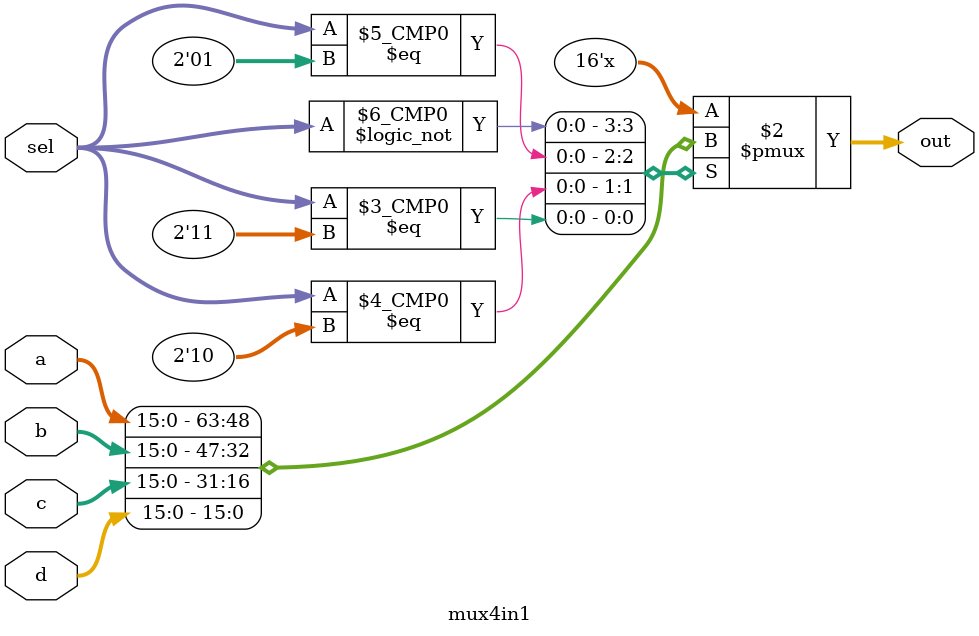
<source format=v>
module mux4in1 #(parameter WORD_SIZE = 16)
(
    input       [WORD_SIZE-1:0]    a,
    input       [WORD_SIZE-1:0]    b,
	 input       [WORD_SIZE-1:0]    c,
	 input       [WORD_SIZE-1:0]    d,
	 input 		 [1:0]		sel,
    output reg  [WORD_SIZE-1:0]    out
);

	always @ (*) begin
		case (sel)
		2'b00    :   out = a;
		2'b01    :   out = b;
		2'b10    :   out = c;
		2'b11    :   out = d;
		default  :   out = 0;
		endcase
	end
endmodule
</source>
